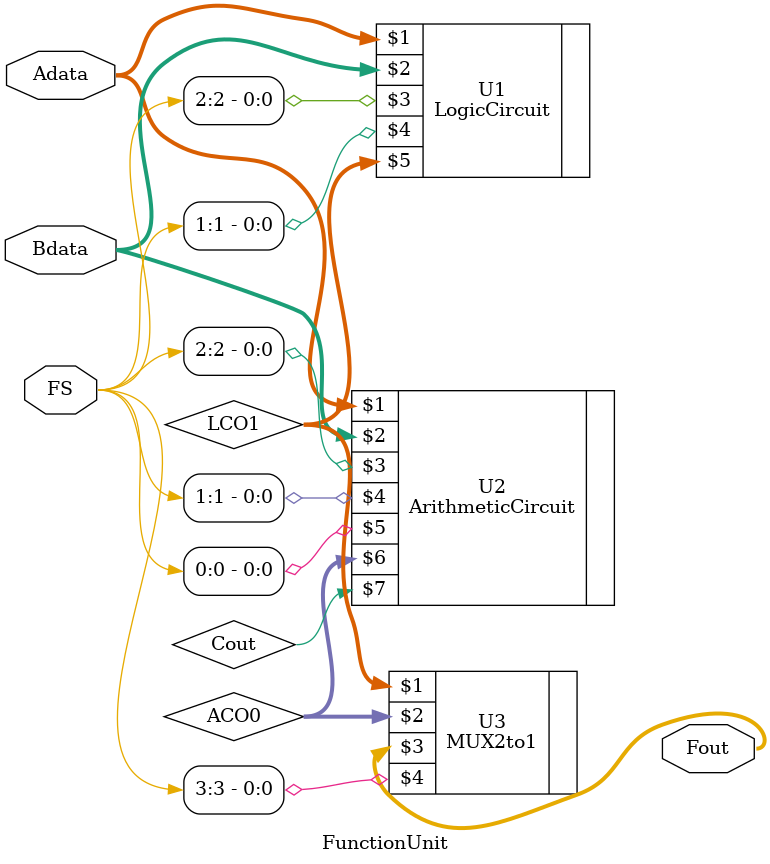
<source format=v>
module FunctionUnit(Adata, Bdata, FS, Fout);
input [3:0] Adata, Bdata;
input [3:0] FS;    //[3:0]FS = {S, S1, S0, Cin}
output [3:0] Fout;

wire Cout;
wire [3:0] LCO1, ACO0; //logic circuit output, arithmetic circuit output
wire Cw;
   
LogicCircuit U1 (Adata, Bdata, FS[2], FS[1], LCO1); // implement your code here
ArithmeticCircuit U2 (Adata, Bdata, FS[2], FS[1], FS[0], ACO0, Cout); // implement your code here
MUX2to1 U3 (LCO1, ACO0, Fout, FS[3]);    // implement your code here

endmodule

</source>
